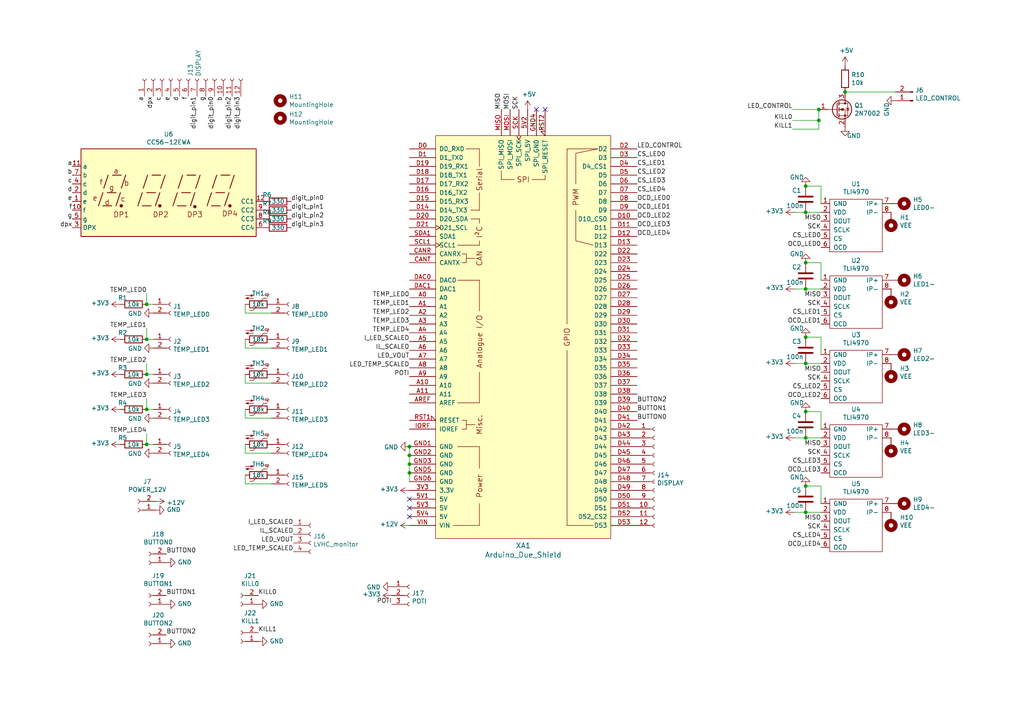
<source format=kicad_sch>
(kicad_sch (version 20211123) (generator eeschema)
  (paper "A4")
  (lib_symbols
    (symbol "Connector:Conn_01x02_Female" (pin_names (offset 1.016) hide)
      (property "Reference" "J" (at 0 2.54 0))
      (property "Value" "Conn_01x02_Female" (at 0 -5.08 0))
      (symbol "Conn_01x02_Female_1_1"
        (pin passive line (at -5.08 0 0) (length 3.81) (name "Pin_1") (number "1"))
        (pin passive line (at -5.08 -2.54 0) (length 3.81) (name "Pin_2") (number "2"))
      )
    )
    (symbol "Connector:Conn_01x02_Male" (pin_names (offset 1.016) hide)
      (property "Reference" "J" (at 0 2.54 0))
      (property "Value" "Conn_01x02_Male" (at 0 -5.08 0))
      (symbol "Conn_01x02_Male_1_1"
        (pin passive line (at 5.08 0 180) (length 3.81) (name "Pin_1") (number "1"))
        (pin passive line (at 5.08 -2.54 180) (length 3.81) (name "Pin_2") (number "2"))
      )
    )
    (symbol "Connector:Conn_01x03_Female" (pin_names (offset 1.016) hide)
      (property "Reference" "J" (at 0 5.08 0))
      (property "Value" "Conn_01x03_Female" (at 0 -5.08 0))
      (symbol "Conn_01x03_Female_1_1"
        (pin passive line (at -5.08 2.54 0) (length 3.81) (name "Pin_1") (number "1"))
        (pin passive line (at -5.08 0 0) (length 3.81) (name "Pin_2") (number "2"))
        (pin passive line (at -5.08 -2.54 0) (length 3.81) (name "Pin_3") (number "3"))
      )
    )
    (symbol "Connector:Conn_01x04_Female" (pin_names (offset 1.016) hide)
      (property "Reference" "J" (at 0 5.08 0))
      (property "Value" "Conn_01x04_Female" (at 0 -7.62 0))
      (symbol "Conn_01x04_Female_1_1"
        (pin passive line (at -5.08 2.54 0) (length 3.81) (name "Pin_1") (number "1"))
        (pin passive line (at -5.08 0 0) (length 3.81) (name "Pin_2") (number "2"))
        (pin passive line (at -5.08 -2.54 0) (length 3.81) (name "Pin_3") (number "3"))
        (pin passive line (at -5.08 -5.08 0) (length 3.81) (name "Pin_4") (number "4"))
      )
    )
    (symbol "Connector:Conn_01x12_Female" (pin_names (offset 1.016) hide)
      (property "Reference" "J" (at 0 15.24 0))
      (property "Value" "Conn_01x12_Female" (at 0 -17.78 0))
      (symbol "Conn_01x12_Female_1_1"
        (pin passive line (at -5.08 12.7 0) (length 3.81) (name "Pin_1") (number "1"))
        (pin passive line (at -5.08 -10.16 0) (length 3.81) (name "Pin_10") (number "10"))
        (pin passive line (at -5.08 -12.7 0) (length 3.81) (name "Pin_11") (number "11"))
        (pin passive line (at -5.08 -15.24 0) (length 3.81) (name "Pin_12") (number "12"))
        (pin passive line (at -5.08 10.16 0) (length 3.81) (name "Pin_2") (number "2"))
        (pin passive line (at -5.08 7.62 0) (length 3.81) (name "Pin_3") (number "3"))
        (pin passive line (at -5.08 5.08 0) (length 3.81) (name "Pin_4") (number "4"))
        (pin passive line (at -5.08 2.54 0) (length 3.81) (name "Pin_5") (number "5"))
        (pin passive line (at -5.08 0 0) (length 3.81) (name "Pin_6") (number "6"))
        (pin passive line (at -5.08 -2.54 0) (length 3.81) (name "Pin_7") (number "7"))
        (pin passive line (at -5.08 -5.08 0) (length 3.81) (name "Pin_8") (number "8"))
        (pin passive line (at -5.08 -7.62 0) (length 3.81) (name "Pin_9") (number "9"))
      )
    )
    (symbol "Device:C" (pin_numbers hide) (pin_names (offset 0.254))
      (property "Reference" "C" (at 0.635 2.54 0))
      (property "Value" "C" (at 0.635 -2.54 0))
      (symbol "C_1_1"
        (pin passive line (at 0 3.81 270) (length 2.794) (name "~") (number "1"))
        (pin passive line (at 0 -3.81 90) (length 2.794) (name "~") (number "2"))
      )
    )
    (symbol "Device:R" (pin_numbers hide) (pin_names (offset 0))
      (property "Reference" "R" (at 2.032 0 90))
      (property "Value" "R" (at 0 0 90))
      (symbol "R_1_1"
        (pin passive line (at 0 3.81 270) (length 1.27) (name "~") (number "1"))
        (pin passive line (at 0 -3.81 90) (length 1.27) (name "~") (number "2"))
      )
    )
    (symbol "Device:Thermistor_NTC" (pin_numbers hide) (pin_names (offset 0))
      (property "Reference" "TH" (at -4.445 0 90))
      (property "Value" "Thermistor_NTC" (at 3.175 0 90))
      (symbol "Thermistor_NTC_1_1"
        (pin passive line (at 0 3.81 270) (length 1.27) (name "~") (number "1"))
        (pin passive line (at 0 -3.81 90) (length 1.27) (name "~") (number "2"))
      )
    )
    (symbol "Display_Character:CC56-12EWA"
      (property "Reference" "U" (at -24.13 13.97 0))
      (property "Value" "CC56-12EWA" (at 19.05 13.97 0))
      (symbol "CC56-12EWA_0_0"
        (text "a" (at -15.24 6.35 0) (effects (font (size 1.524 1.524))))
        (text "b" (at -12.192 2.794 0) (effects (font (size 1.524 1.524))))
        (text "c" (at -13.208 -1.778 0) (effects (font (size 1.524 1.524))))
        (text "d" (at -17.78 -2.794 0) (effects (font (size 1.524 1.524))))
        (text "DP1" (at -13.716 -6.35 0) (effects (font (size 1.524 1.524))))
        (text "DP2" (at -2.286 -6.35 0) (effects (font (size 1.524 1.524))))
        (text "DP3" (at 7.62 -6.35 0) (effects (font (size 1.524 1.524))))
        (text "DP4" (at 17.78 -6.096 0) (effects (font (size 1.524 1.524))))
        (text "e" (at -21.336 -1.524 0) (effects (font (size 1.524 1.524))))
        (text "f" (at -19.558 3.048 0) (effects (font (size 1.524 1.524))))
        (text "g" (at -16.51 1.524 0) (effects (font (size 1.524 1.524))))
      )
      (symbol "CC56-12EWA_1_1"
        (pin input line (at -27.94 -2.54 0) (length 2.54) (name "e") (number "1"))
        (pin input line (at -27.94 -5.08 0) (length 2.54) (name "f") (number "10"))
        (pin input line (at -27.94 7.62 0) (length 2.54) (name "a") (number "11"))
        (pin input line (at 27.94 -2.54 180) (length 2.54) (name "CC1") (number "12"))
        (pin input line (at -27.94 0 0) (length 2.54) (name "d") (number "2"))
        (pin input line (at -27.94 -10.16 0) (length 2.54) (name "DPX") (number "3"))
        (pin input line (at -27.94 2.54 0) (length 2.54) (name "c") (number "4"))
        (pin input line (at -27.94 -7.62 0) (length 2.54) (name "g") (number "5"))
        (pin input line (at 27.94 -10.16 180) (length 2.54) (name "CC4") (number "6"))
        (pin input line (at -27.94 5.08 0) (length 2.54) (name "b") (number "7"))
        (pin input line (at 27.94 -7.62 180) (length 2.54) (name "CC3") (number "8"))
        (pin input line (at 27.94 -5.08 180) (length 2.54) (name "CC2") (number "9"))
      )
    )
    (symbol "Mechanical:MountingHole" (pin_names (offset 1.016))
      (property "Reference" "H" (at 0 5.08 0))
      (property "Value" "MountingHole" (at 0 3.175 0))
    )
    (symbol "Mechanical:MountingHole_Pad" (pin_numbers hide) (pin_names (offset 1.016) hide)
      (property "Reference" "H" (at 0 6.35 0))
      (property "Value" "MountingHole_Pad" (at 0 4.445 0))
      (symbol "MountingHole_Pad_1_1"
        (pin input line (at 0 -2.54 90) (length 2.54) (name "1") (number "1"))
      )
    )
    (symbol "Transistor_FET:2N7002" (pin_names hide)
      (property "Reference" "Q" (at 5.08 1.905 0))
      (property "Value" "2N7002" (at 5.08 0 0))
      (symbol "2N7002_1_1"
        (pin input line (at -5.08 0 0) (length 2.54) (name "G") (number "1"))
        (pin passive line (at 2.54 -5.08 90) (length 2.54) (name "S") (number "2"))
        (pin passive line (at 2.54 5.08 270) (length 2.54) (name "D") (number "3"))
      )
    )
    (symbol "power:+12V" (power) (pin_names (offset 0))
      (property "Value" "+12V" (at 0 3.556 0))
      (symbol "+12V_1_1"
        (pin power_in line (at 0 0 90) (length 0) hide (name "+12V") (number "1"))
      )
    )
    (symbol "power:+5V" (power) (pin_names (offset 0))
      (property "Value" "+5V" (at 0 3.556 0))
      (symbol "+5V_1_1"
        (pin power_in line (at 0 0 90) (length 0) hide (name "+5V") (number "1"))
      )
    )
    (symbol "power:GND" (power) (pin_names (offset 0))
      (property "Value" "GND" (at 0 -3.81 0))
      (symbol "GND_1_1"
        (pin power_in line (at 0 0 270) (length 0) hide (name "GND") (number "1"))
      )
    )
    (symbol "uven-mainboard-rescue:+3.3V-power" (power) (pin_names (offset 0))
      (property "Value" "+3.3V-power" (at 0 3.556 0))
      (symbol "+3.3V-power_1_1"
        (pin power_in line (at 0 0 90) (length 0) hide (name "+3V3") (number "1"))
      )
    )
    (symbol "uven-mainboard-rescue:Arduino_Due_Shield-arduino" (pin_names (offset 1.016))
      (property "Reference" "XA" (at 2.54 0 90))
      (property "Value" "Arduino_Due_Shield-arduino" (at -2.54 0 90))
      (symbol "Arduino_Due_Shield-arduino_0_0"
        (text "Analogue I/O" (at -12.7 -1.27 900) (effects (font (size 1.524 1.524))))
        (text "CAN" (at -12.7 22.86 900) (effects (font (size 1.524 1.524))))
        (text "I²C" (at -12.7 30.48 900) (effects (font (size 1.524 1.524))))
        (text "Misc." (at -12.7 -25.4 900) (effects (font (size 1.524 1.524))))
        (text "Power" (at -12.7 -43.18 900) (effects (font (size 1.524 1.524))))
        (text "PWM" (at 15.24 40.64 900) (effects (font (size 1.524 1.524))))
        (text "Serial" (at -12.7 45.72 900) (effects (font (size 1.524 1.524))))
        (text "SPI" (at 0 45.72 0) (effects (font (size 1.524 1.524))))
      )
      (symbol "Arduino_Due_Shield-arduino_1_0"
        (text "GPIO" (at 12.7 0 900) (effects (font (size 1.524 1.524))))
      )
      (symbol "Arduino_Due_Shield-arduino_1_1"
        (pin power_in line (at -33.02 -44.45 0) (length 7.62) (name "3.3V") (number "3V3"))
        (pin power_in line (at -33.02 -46.99 0) (length 7.62) (name "5V") (number "5V1"))
        (pin power_in line (at 1.27 66.04 270) (length 7.62) (name "SPI_5V") (number "5V2"))
        (pin power_in line (at -33.02 -49.53 0) (length 7.62) (name "5V") (number "5V3"))
        (pin power_in line (at -33.02 -52.07 0) (length 7.62) (name "5V") (number "5V4"))
        (pin bidirectional line (at -33.02 11.43 0) (length 7.62) (name "A0") (number "A0"))
        (pin bidirectional line (at -33.02 8.89 0) (length 7.62) (name "A1") (number "A1"))
        (pin bidirectional line (at -33.02 -13.97 0) (length 7.62) (name "A10") (number "A10"))
        (pin bidirectional line (at -33.02 -16.51 0) (length 7.62) (name "A11") (number "A11"))
        (pin bidirectional line (at -33.02 6.35 0) (length 7.62) (name "A2") (number "A2"))
        (pin bidirectional line (at -33.02 3.81 0) (length 7.62) (name "A3") (number "A3"))
        (pin bidirectional line (at -33.02 1.27 0) (length 7.62) (name "A4") (number "A4"))
        (pin bidirectional line (at -33.02 -1.27 0) (length 7.62) (name "A5") (number "A5"))
        (pin bidirectional line (at -33.02 -3.81 0) (length 7.62) (name "A6") (number "A6"))
        (pin bidirectional line (at -33.02 -6.35 0) (length 7.62) (name "A7") (number "A7"))
        (pin bidirectional line (at -33.02 -8.89 0) (length 7.62) (name "A8") (number "A8"))
        (pin bidirectional line (at -33.02 -11.43 0) (length 7.62) (name "A9") (number "A9"))
        (pin input line (at -33.02 -19.05 0) (length 7.62) (name "AREF") (number "AREF"))
        (pin bidirectional line (at -33.02 24.13 0) (length 7.62) (name "CANRX") (number "CANR"))
        (pin bidirectional line (at -33.02 21.59 0) (length 7.62) (name "CANTX") (number "CANT"))
        (pin bidirectional line (at -33.02 54.61 0) (length 7.62) (name "D0_RX0") (number "D0"))
        (pin bidirectional line (at -33.02 52.07 0) (length 7.62) (name "D1_TX0") (number "D1"))
        (pin bidirectional line (at 33.02 34.29 180) (length 7.62) (name "D10_CS0") (number "D10"))
        (pin bidirectional line (at 33.02 31.75 180) (length 7.62) (name "D11") (number "D11"))
        (pin bidirectional line (at 33.02 29.21 180) (length 7.62) (name "D12") (number "D12"))
        (pin bidirectional line (at 33.02 26.67 180) (length 7.62) (name "D13") (number "D13"))
        (pin bidirectional line (at -33.02 36.83 0) (length 7.62) (name "D14_TX3") (number "D14"))
        (pin bidirectional line (at -33.02 39.37 0) (length 7.62) (name "D15_RX3") (number "D15"))
        (pin bidirectional line (at -33.02 41.91 0) (length 7.62) (name "D16_TX2") (number "D16"))
        (pin bidirectional line (at -33.02 44.45 0) (length 7.62) (name "D17_RX2") (number "D17"))
        (pin bidirectional line (at -33.02 46.99 0) (length 7.62) (name "D18_TX1") (number "D18"))
        (pin bidirectional line (at -33.02 49.53 0) (length 7.62) (name "D19_RX1") (number "D19"))
        (pin bidirectional line (at 33.02 54.61 180) (length 7.62) (name "D2") (number "D2"))
        (pin bidirectional line (at -33.02 34.29 0) (length 7.62) (name "D20_SDA") (number "D20"))
        (pin bidirectional clock (at -33.02 31.75 0) (length 7.62) (name "D21_SCL") (number "D21"))
        (pin bidirectional line (at 33.02 24.13 180) (length 7.62) (name "D22") (number "D22"))
        (pin bidirectional line (at 33.02 21.59 180) (length 7.62) (name "D23") (number "D23"))
        (pin bidirectional line (at 33.02 19.05 180) (length 7.62) (name "D24") (number "D24"))
        (pin bidirectional line (at 33.02 16.51 180) (length 7.62) (name "D25") (number "D25"))
        (pin bidirectional line (at 33.02 13.97 180) (length 7.62) (name "D26") (number "D26"))
        (pin bidirectional line (at 33.02 11.43 180) (length 7.62) (name "D27") (number "D27"))
        (pin bidirectional line (at 33.02 8.89 180) (length 7.62) (name "D28") (number "D28"))
        (pin bidirectional line (at 33.02 6.35 180) (length 7.62) (name "D29") (number "D29"))
        (pin bidirectional line (at 33.02 52.07 180) (length 7.62) (name "D3") (number "D3"))
        (pin bidirectional line (at 33.02 3.81 180) (length 7.62) (name "D30") (number "D30"))
        (pin bidirectional line (at 33.02 1.27 180) (length 7.62) (name "D31") (number "D31"))
        (pin bidirectional line (at 33.02 -1.27 180) (length 7.62) (name "D32") (number "D32"))
        (pin bidirectional line (at 33.02 -3.81 180) (length 7.62) (name "D33") (number "D33"))
        (pin bidirectional line (at 33.02 -6.35 180) (length 7.62) (name "D34") (number "D34"))
        (pin bidirectional line (at 33.02 -8.89 180) (length 7.62) (name "D35") (number "D35"))
        (pin bidirectional line (at 33.02 -11.43 180) (length 7.62) (name "D36") (number "D36"))
        (pin bidirectional line (at 33.02 -13.97 180) (length 7.62) (name "D37") (number "D37"))
        (pin bidirectional line (at 33.02 -16.51 180) (length 7.62) (name "D38") (number "D38"))
        (pin bidirectional line (at 33.02 -19.05 180) (length 7.62) (name "D39") (number "D39"))
        (pin bidirectional line (at 33.02 49.53 180) (length 7.62) (name "D4_CS1") (number "D4"))
        (pin bidirectional line (at 33.02 -21.59 180) (length 7.62) (name "D40") (number "D40"))
        (pin bidirectional line (at 33.02 -24.13 180) (length 7.62) (name "D41") (number "D41"))
        (pin bidirectional line (at 33.02 -26.67 180) (length 7.62) (name "D42") (number "D42"))
        (pin bidirectional line (at 33.02 -29.21 180) (length 7.62) (name "D43") (number "D43"))
        (pin bidirectional line (at 33.02 -31.75 180) (length 7.62) (name "D44") (number "D44"))
        (pin bidirectional line (at 33.02 -34.29 180) (length 7.62) (name "D45") (number "D45"))
        (pin bidirectional line (at 33.02 -36.83 180) (length 7.62) (name "D46") (number "D46"))
        (pin bidirectional line (at 33.02 -39.37 180) (length 7.62) (name "D47") (number "D47"))
        (pin bidirectional line (at 33.02 -41.91 180) (length 7.62) (name "D48") (number "D48"))
        (pin bidirectional line (at 33.02 -44.45 180) (length 7.62) (name "D49") (number "D49"))
        (pin bidirectional line (at 33.02 46.99 180) (length 7.62) (name "D5") (number "D5"))
        (pin bidirectional line (at 33.02 -46.99 180) (length 7.62) (name "D50") (number "D50"))
        (pin bidirectional line (at 33.02 -49.53 180) (length 7.62) (name "D51") (number "D51"))
        (pin bidirectional line (at 33.02 -52.07 180) (length 7.62) (name "D52_CS2") (number "D52"))
        (pin bidirectional line (at 33.02 -54.61 180) (length 7.62) (name "D53") (number "D53"))
        (pin bidirectional line (at 33.02 44.45 180) (length 7.62) (name "D6") (number "D6"))
        (pin bidirectional line (at 33.02 41.91 180) (length 7.62) (name "D7") (number "D7"))
        (pin bidirectional line (at 33.02 39.37 180) (length 7.62) (name "D8") (number "D8"))
        (pin bidirectional line (at 33.02 36.83 180) (length 7.62) (name "D9") (number "D9"))
        (pin bidirectional line (at -33.02 16.51 0) (length 7.62) (name "DAC0") (number "DAC0"))
        (pin bidirectional line (at -33.02 13.97 0) (length 7.62) (name "DAC1") (number "DAC1"))
        (pin power_in line (at -33.02 -31.75 0) (length 7.62) (name "GND") (number "GND1"))
        (pin power_in line (at -33.02 -34.29 0) (length 7.62) (name "GND") (number "GND2"))
        (pin power_in line (at -33.02 -36.83 0) (length 7.62) (name "GND") (number "GND3"))
        (pin power_in line (at 3.81 66.04 270) (length 7.62) (name "SPI_GND") (number "GND4"))
        (pin power_in line (at -33.02 -39.37 0) (length 7.62) (name "GND") (number "GND5"))
        (pin power_in line (at -33.02 -41.91 0) (length 7.62) (name "GND") (number "GND6"))
        (pin output line (at -33.02 -26.67 0) (length 7.62) (name "IOREF") (number "IORF"))
        (pin input line (at -6.35 66.04 270) (length 7.62) (name "SPI_MISO") (number "MISO"))
        (pin output line (at -3.81 66.04 270) (length 7.62) (name "SPI_MOSI") (number "MOSI"))
        (pin open_collector input_low (at -33.02 -24.13 0) (length 7.62) (name "RESET") (number "RST1"))
        (pin open_collector input_low (at 6.35 66.04 270) (length 7.62) (name "SPI_RESET") (number "RST2"))
        (pin output clock (at -1.27 66.04 270) (length 7.62) (name "SPI_SCK") (number "SCK"))
        (pin bidirectional clock (at -33.02 26.67 0) (length 7.62) (name "SCL1") (number "SCL1"))
        (pin bidirectional line (at -33.02 29.21 0) (length 7.62) (name "SDA1") (number "SDA1"))
        (pin power_in line (at -33.02 -54.61 0) (length 7.62) (name "VIN") (number "VIN"))
      )
    )
    (symbol "uven-mainboard-rescue:TLI4970-custom" (pin_names (offset 1.016))
      (property "Reference" "U" (at 5.08 -7.62 0))
      (property "Value" "TLI4970-custom" (at 3.81 -5.08 0))
      (symbol "TLI4970-custom_1_1"
        (pin power_out line (at -10.16 5.08 0) (length 2.54) (name "GND") (number "1"))
        (pin power_in line (at -10.16 2.54 0) (length 2.54) (name "VDD") (number "2"))
        (pin output line (at -10.16 0 0) (length 2.54) (name "DOUT") (number "3"))
        (pin input line (at -10.16 -2.54 0) (length 2.54) (name "SCLK") (number "4"))
        (pin input line (at -10.16 -5.08 0) (length 2.54) (name "CS") (number "5"))
        (pin output line (at -10.16 -7.62 0) (length 2.54) (name "OCD") (number "6"))
        (pin bidirectional line (at 10.16 5.08 180) (length 2.54) (name "IP+") (number "7"))
        (pin bidirectional line (at 10.16 2.54 180) (length 2.54) (name "IP-") (number "8"))
      )
    )
  )
  (junction (at 118.745 129.54))
  (junction (at 233.68 140.97))
  (junction (at 42.545 118.745))
  (junction (at 233.68 53.975))
  (junction (at 245.11 26.67))
  (junction (at 237.49 31.75))
  (junction (at 233.68 119.38))
  (junction (at 42.545 108.585))
  (junction (at 118.745 137.16))
  (junction (at 233.68 148.59))
  (junction (at 233.68 83.82))
  (junction (at 118.745 132.08))
  (junction (at 233.68 61.595))
  (junction (at 233.68 105.41))
  (junction (at 233.68 97.79))
  (junction (at 118.745 134.62))
  (junction (at 237.49 34.925))
  (junction (at 233.68 127))
  (junction (at 233.68 76.2))
  (junction (at 42.545 88.265))
  (junction (at 42.545 98.425))
  (junction (at 42.545 128.905))
  (no_connect (at 155.575 31.75))
  (no_connect (at 118.745 147.32))
  (no_connect (at 118.745 149.86))
  (no_connect (at 118.745 144.78))
  (no_connect (at 158.115 31.75))
  (wire (pts (xy 230.505 148.59) (xy 233.68 148.59)))
  (wire (pts (xy 233.68 140.97) (xy 238.125 140.97)))
  (wire (pts (xy 118.745 139.7) (xy 118.745 137.16)))
  (wire (pts (xy 238.125 124.46) (xy 238.125 119.38)))
  (wire (pts (xy 238.125 76.2) (xy 238.125 81.28)))
  (wire (pts (xy 71.12 111.125) (xy 78.74 111.125)))
  (wire (pts (xy 42.545 85.09) (xy 42.545 88.265)))
  (wire (pts (xy 71.12 131.445) (xy 78.74 131.445)))
  (wire (pts (xy 42.545 95.25) (xy 42.545 98.425)))
  (wire (pts (xy 237.49 34.925) (xy 237.49 31.75)))
  (wire (pts (xy 42.545 105.41) (xy 42.545 108.585)))
  (wire (pts (xy 118.745 134.62) (xy 118.745 132.08)))
  (wire (pts (xy 71.12 88.265) (xy 71.12 90.805)))
  (wire (pts (xy 71.12 128.905) (xy 71.12 131.445)))
  (wire (pts (xy 71.12 140.335) (xy 78.74 140.335)))
  (wire (pts (xy 233.68 119.38) (xy 238.125 119.38)))
  (wire (pts (xy 44.45 98.425) (xy 42.545 98.425)))
  (wire (pts (xy 44.45 128.905) (xy 42.545 128.905)))
  (wire (pts (xy 238.125 146.05) (xy 238.125 140.97)))
  (wire (pts (xy 71.12 90.805) (xy 78.74 90.805)))
  (wire (pts (xy 230.505 105.41) (xy 233.68 105.41)))
  (wire (pts (xy 238.125 102.87) (xy 238.125 97.79)))
  (wire (pts (xy 71.12 118.745) (xy 71.12 121.285)))
  (wire (pts (xy 233.68 97.79) (xy 238.125 97.79)))
  (wire (pts (xy 71.12 137.795) (xy 71.12 140.335)))
  (wire (pts (xy 44.45 118.745) (xy 42.545 118.745)))
  (wire (pts (xy 233.68 148.59) (xy 238.125 148.59)))
  (wire (pts (xy 44.45 108.585) (xy 42.545 108.585)))
  (wire (pts (xy 229.87 34.925) (xy 237.49 34.925)))
  (wire (pts (xy 233.68 127) (xy 238.125 127)))
  (wire (pts (xy 237.49 37.465) (xy 237.49 34.925)))
  (wire (pts (xy 71.12 100.965) (xy 78.74 100.965)))
  (wire (pts (xy 71.12 121.285) (xy 78.74 121.285)))
  (wire (pts (xy 229.87 37.465) (xy 237.49 37.465)))
  (wire (pts (xy 237.49 31.75) (xy 229.87 31.75)))
  (wire (pts (xy 233.68 105.41) (xy 238.125 105.41)))
  (wire (pts (xy 230.505 61.595) (xy 233.68 61.595)))
  (wire (pts (xy 245.11 26.67) (xy 259.715 26.67)))
  (wire (pts (xy 230.505 127) (xy 233.68 127)))
  (wire (pts (xy 230.505 83.82) (xy 233.68 83.82)))
  (wire (pts (xy 238.125 53.975) (xy 238.125 59.055)))
  (wire (pts (xy 42.545 125.73) (xy 42.545 128.905)))
  (wire (pts (xy 118.745 132.08) (xy 118.745 129.54)))
  (wire (pts (xy 42.545 115.57) (xy 42.545 118.745)))
  (wire (pts (xy 233.68 83.82) (xy 238.125 83.82)))
  (wire (pts (xy 233.68 76.2) (xy 238.125 76.2)))
  (wire (pts (xy 71.12 108.585) (xy 71.12 111.125)))
  (wire (pts (xy 44.45 88.265) (xy 42.545 88.265)))
  (wire (pts (xy 71.12 98.425) (xy 71.12 100.965)))
  (wire (pts (xy 233.68 61.595) (xy 238.125 61.595)))
  (wire (pts (xy 233.68 53.975) (xy 238.125 53.975)))
  (wire (pts (xy 118.745 137.16) (xy 118.745 134.62)))
  (label "a" (at 20.955 48.26 180))
  (label "CS_LED0" (at 184.785 45.72 0))
  (label "TEMP_LED4" (at 118.745 96.52 180))
  (label "SCK" (at 238.125 66.675 180))
  (label "CS_LED4" (at 238.125 156.21 180))
  (label "digit_pin1" (at 84.455 60.96 0))
  (label "CS_LED2" (at 238.125 113.03 180))
  (label "f" (at 20.955 60.96 180))
  (label "a" (at 41.91 27.94 270))
  (label "CS_LED2" (at 184.785 50.8 0))
  (label "TEMP_LED0" (at 42.545 85.09 180))
  (label "LED_TEMP_SCALED" (at 118.745 106.68 180))
  (label "OCD_LED1" (at 238.125 93.98 180))
  (label "MOSI" (at 147.955 31.75 90))
  (label "OCD_LED3" (at 184.785 66.04 0))
  (label "MISO" (at 238.125 151.13 180))
  (label "OCD_LED2" (at 184.785 63.5 0))
  (label "CS_LED4" (at 184.785 55.88 0))
  (label "CS_LED0" (at 238.125 69.215 180))
  (label "e" (at 20.955 58.42 180))
  (label "d" (at 52.07 27.94 270))
  (label "OCD_LED3" (at 238.125 137.16 180))
  (label "digit_pin3" (at 69.85 27.94 270))
  (label "TEMP_LED3" (at 42.545 115.57 180))
  (label "g" (at 59.69 27.94 270))
  (label "TEMP_LED2" (at 42.545 105.41 180))
  (label "c" (at 20.955 53.34 180))
  (label "BUTTON0" (at 48.26 160.655 0))
  (label "KILL1" (at 229.87 37.465 180))
  (label "MISO" (at 238.125 129.54 180))
  (label "TEMP_LED4" (at 42.545 125.73 180))
  (label "KILL0" (at 74.93 172.72 0))
  (label "b" (at 64.77 27.94 270))
  (label "digit_pin3" (at 84.455 66.04 0))
  (label "POTI" (at 118.745 109.22 180))
  (label "MISO" (at 145.415 31.75 90))
  (label "SCK" (at 238.125 88.9 180))
  (label "SCK" (at 238.125 110.49 180))
  (label "BUTTON1" (at 48.26 172.72 0))
  (label "CS_LED1" (at 184.785 48.26 0))
  (label "CS_LED3" (at 184.785 53.34 0))
  (label "KILL0" (at 229.87 34.925 180))
  (label "b" (at 20.955 50.8 180))
  (label "dpx" (at 44.45 27.94 270))
  (label "SCK" (at 238.125 132.08 180))
  (label "f" (at 54.61 27.94 270))
  (label "d" (at 20.955 55.88 180))
  (label "g" (at 20.955 63.5 180))
  (label "MISO" (at 238.125 86.36 180))
  (label "LED_TEMP_SCALED" (at 85.09 160.02 180))
  (label "e" (at 49.53 27.94 270))
  (label "I_LED_SCALED" (at 85.09 152.4 180))
  (label "TEMP_LED2" (at 118.745 91.44 180))
  (label "TEMP_LED3" (at 118.745 93.98 180))
  (label "digit_pin2" (at 67.31 27.94 270))
  (label "BUTTON0" (at 184.785 121.92 0))
  (label "LED_CONTROL" (at 229.87 31.75 180))
  (label "SCK" (at 238.125 153.67 180))
  (label "digit_pin1" (at 57.15 27.94 270))
  (label "dpx" (at 20.955 66.04 180))
  (label "OCD_LED4" (at 238.125 158.75 180))
  (label "OCD_LED0" (at 238.125 71.755 180))
  (label "digit_pin0" (at 62.23 27.94 270))
  (label "TEMP_LED0" (at 118.745 86.36 180))
  (label "I_LED_SCALED" (at 118.745 99.06 180))
  (label "LED_VOUT" (at 118.745 104.14 180))
  (label "BUTTON1" (at 184.785 119.38 0))
  (label "MISO" (at 238.125 64.135 180))
  (label "TEMP_LED1" (at 42.545 95.25 180))
  (label "LED_VOUT" (at 85.09 157.48 180))
  (label "SCK" (at 150.495 31.75 90))
  (label "OCD_LED1" (at 184.785 60.96 0))
  (label "BUTTON2" (at 184.785 116.84 0))
  (label "CS_LED1" (at 238.125 91.44 180))
  (label "POTI" (at 113.665 175.26 180))
  (label "CS_LED3" (at 238.125 134.62 180))
  (label "IL_SCALED" (at 118.745 101.6 180))
  (label "digit_pin2" (at 84.455 63.5 0))
  (label "BUTTON2" (at 48.26 184.15 0))
  (label "digit_pin0" (at 84.455 58.42 0))
  (label "TEMP_LED1" (at 118.745 88.9 180))
  (label "MISO" (at 238.125 107.95 180))
  (label "IL_SCALED" (at 85.09 154.94 180))
  (label "OCD_LED2" (at 238.125 115.57 180))
  (label "c" (at 46.99 27.94 270))
  (label "OCD_LED4" (at 184.785 68.58 0))
  (label "OCD_LED0" (at 184.785 58.42 0))
  (label "LED_CONTROL" (at 184.785 43.18 0))
  (label "KILL1" (at 74.93 183.515 0))
  (symbol (lib_id "uven-mainboard-rescue:Arduino_Due_Shield-arduino") (at 151.765 97.79 0) (unit 1)
    (property "Reference" "XA1" (at 151.765 158.242 0) (effects (font (size 1.524 1.524))))
    (property "Value" "Arduino_Due_Shield" (at 151.765 160.9344 0) (effects (font (size 1.524 1.524))))
    (property "Footprint" "Arduino:Arduino_Due_Shield" (effects hide))
    (property "Datasheet" "https://store.arduino.cc/arduino-due" (effects hide))
  )
  (symbol (lib_id "uven-mainboard-rescue:TLI4970-custom") (at 248.285 64.135 0) (unit 1)
    (property "Reference" "U1" (at 248.285 53.34 0))
    (property "Value" "TLI4970" (at 248.285 55.6514 0))
    (property "Footprint" "custom_lib:TLI4970" (effects hide))
  )
  (symbol (lib_id "uven-mainboard-rescue:TLI4970-custom") (at 248.285 86.36 0) (unit 1)
    (property "Reference" "U2" (at 248.285 75.565 0))
    (property "Value" "TLI4970" (at 248.285 77.8764 0))
    (property "Footprint" "custom_lib:TLI4970" (effects hide))
  )
  (symbol (lib_id "uven-mainboard-rescue:TLI4970-custom") (at 248.285 107.95 0) (unit 1)
    (property "Reference" "U3" (at 248.285 97.155 0))
    (property "Value" "TLI4970" (at 248.285 99.4664 0))
    (property "Footprint" "custom_lib:TLI4970" (effects hide))
  )
  (symbol (lib_id "uven-mainboard-rescue:TLI4970-custom") (at 248.285 129.54 0) (unit 1)
    (property "Reference" "U4" (at 248.285 118.745 0))
    (property "Value" "TLI4970" (at 248.285 121.0564 0))
    (property "Footprint" "custom_lib:TLI4970" (effects hide))
  )
  (symbol (lib_id "uven-mainboard-rescue:TLI4970-custom") (at 248.285 151.13 0) (unit 1)
    (property "Reference" "U5" (at 248.285 140.335 0))
    (property "Value" "TLI4970" (at 248.285 142.6464 0))
    (property "Footprint" "custom_lib:TLI4970" (effects hide))
  )
  (symbol (lib_id "uven-mainboard-rescue:+3.3V-power") (at 118.745 142.24 90) (unit 1)
    (property "Reference" "#PWR0101" (effects hide))
    (property "Value" "+3.3V" (at 115.4938 141.859 90) (effects (justify left)))
  )
  (symbol (lib_id "power:GND") (at 118.745 129.54 270) (unit 1)
    (property "Reference" "#PWR0103" (effects hide))
    (property "Value" "GND" (at 115.4938 129.667 90) (effects (justify right)))
  )
  (symbol (lib_id "uven-mainboard-rescue:+3.3V-power") (at 230.505 61.595 90) (unit 1)
    (property "Reference" "#PWR0111" (effects hide))
    (property "Value" "+3.3V" (at 227.2538 61.214 90) (effects (justify left)))
  )
  (symbol (lib_id "power:GND") (at 233.68 53.975 180) (unit 1)
    (property "Reference" "#PWR0112" (effects hide))
    (property "Value" "GND" (at 231.14 51.435 0))
  )
  (symbol (lib_id "Display_Character:CC56-12EWA") (at 48.895 55.88 0) (unit 1)
    (property "Reference" "U6" (at 48.895 38.9382 0))
    (property "Value" "CC56-12EWA" (at 48.895 41.2496 0))
    (property "Footprint" "custom_lib:3461AS-1" (effects hide))
    (property "Datasheet" "http://www.kingbrightusa.com/images/catalog/SPEC/CA56-12EWA.pdf" (effects hide))
  )
  (symbol (lib_id "Device:R") (at 80.645 58.42 270) (unit 1)
    (property "Reference" "R6" (at 77.47 56.515 90))
    (property "Value" "330" (at 80.645 58.42 90))
    (property "Footprint" "Resistor_SMD:R_0603_1608Metric_Pad1.05x0.95mm_HandSolder" (effects hide))
  )
  (symbol (lib_id "Device:R") (at 80.645 60.96 270) (unit 1)
    (property "Reference" "R7" (at 77.47 59.055 90))
    (property "Value" "330" (at 80.645 60.96 90))
    (property "Footprint" "Resistor_SMD:R_0603_1608Metric_Pad1.05x0.95mm_HandSolder" (effects hide))
  )
  (symbol (lib_id "Device:R") (at 80.645 63.5 270) (unit 1)
    (property "Reference" "R8" (at 77.47 61.595 90))
    (property "Value" "330" (at 80.645 63.5 90))
    (property "Footprint" "Resistor_SMD:R_0603_1608Metric_Pad1.05x0.95mm_HandSolder" (effects hide))
  )
  (symbol (lib_id "Device:R") (at 80.645 66.04 270) (unit 1)
    (property "Reference" "R9" (at 77.47 64.135 90))
    (property "Value" "330" (at 80.645 66.04 90))
    (property "Footprint" "Resistor_SMD:R_0603_1608Metric_Pad1.05x0.95mm_HandSolder" (effects hide))
  )
  (symbol (lib_id "Device:C") (at 233.68 57.785 180) (unit 1)
    (property "Reference" "C1" (at 232.41 55.245 0) (effects (justify left)))
    (property "Value" "100n" (at 233.045 59.69 0) (effects (justify left)))
    (property "Footprint" "Capacitor_SMD:C_0603_1608Metric_Pad1.05x0.95mm_HandSolder" (effects hide))
  )
  (symbol (lib_id "uven-mainboard-rescue:+3.3V-power") (at 230.505 83.82 90) (unit 1)
    (property "Reference" "#PWR0102" (effects hide))
    (property "Value" "+3.3V" (at 227.2538 83.439 90) (effects (justify left)))
  )
  (symbol (lib_id "power:GND") (at 233.68 76.2 180) (unit 1)
    (property "Reference" "#PWR0104" (effects hide))
    (property "Value" "GND" (at 231.14 73.66 0))
  )
  (symbol (lib_id "Device:C") (at 233.68 80.01 180) (unit 1)
    (property "Reference" "C2" (at 232.41 77.47 0) (effects (justify left)))
    (property "Value" "100n" (at 233.045 81.915 0) (effects (justify left)))
    (property "Footprint" "Capacitor_SMD:C_0603_1608Metric_Pad1.05x0.95mm_HandSolder" (effects hide))
  )
  (symbol (lib_id "uven-mainboard-rescue:+3.3V-power") (at 230.505 148.59 90) (unit 1)
    (property "Reference" "#PWR0105" (effects hide))
    (property "Value" "+3.3V" (at 227.2538 148.209 90) (effects (justify left)))
  )
  (symbol (lib_id "power:GND") (at 233.68 140.97 180) (unit 1)
    (property "Reference" "#PWR0106" (effects hide))
    (property "Value" "GND" (at 231.14 138.43 0))
  )
  (symbol (lib_id "Device:C") (at 233.68 144.78 180) (unit 1)
    (property "Reference" "C5" (at 232.41 142.24 0) (effects (justify left)))
    (property "Value" "100n" (at 233.045 146.685 0) (effects (justify left)))
    (property "Footprint" "Capacitor_SMD:C_0603_1608Metric_Pad1.05x0.95mm_HandSolder" (effects hide))
  )
  (symbol (lib_id "uven-mainboard-rescue:+3.3V-power") (at 230.505 127 90) (unit 1)
    (property "Reference" "#PWR0107" (effects hide))
    (property "Value" "+3.3V" (at 227.2538 126.619 90) (effects (justify left)))
  )
  (symbol (lib_id "power:GND") (at 233.68 119.38 180) (unit 1)
    (property "Reference" "#PWR0108" (effects hide))
    (property "Value" "GND" (at 231.14 116.84 0))
  )
  (symbol (lib_id "Device:C") (at 233.68 123.19 180) (unit 1)
    (property "Reference" "C4" (at 232.41 120.65 0) (effects (justify left)))
    (property "Value" "100n" (at 233.045 125.095 0) (effects (justify left)))
    (property "Footprint" "Capacitor_SMD:C_0603_1608Metric_Pad1.05x0.95mm_HandSolder" (effects hide))
  )
  (symbol (lib_id "uven-mainboard-rescue:+3.3V-power") (at 230.505 105.41 90) (unit 1)
    (property "Reference" "#PWR0109" (effects hide))
    (property "Value" "+3.3V" (at 227.2538 105.029 90) (effects (justify left)))
  )
  (symbol (lib_id "power:GND") (at 233.68 97.79 180) (unit 1)
    (property "Reference" "#PWR0110" (effects hide))
    (property "Value" "GND" (at 231.14 95.25 0))
  )
  (symbol (lib_id "Device:C") (at 233.68 101.6 180) (unit 1)
    (property "Reference" "C3" (at 232.41 99.06 0) (effects (justify left)))
    (property "Value" "100n" (at 233.045 103.505 0) (effects (justify left)))
    (property "Footprint" "Capacitor_SMD:C_0603_1608Metric_Pad1.05x0.95mm_HandSolder" (effects hide))
  )
  (symbol (lib_id "Transistor_FET:2N7002") (at 242.57 31.75 0) (unit 1)
    (property "Reference" "Q1" (at 247.777 30.5816 0) (effects (justify left)))
    (property "Value" "2N7002" (at 247.777 32.893 0) (effects (justify left)))
    (property "Footprint" "Package_TO_SOT_SMD:SOT-23" (effects hide))
    (property "Datasheet" "https://www.fairchildsemi.com/datasheets/2N/2N7002.pdf" (effects hide))
  )
  (symbol (lib_id "power:GND") (at 245.11 36.83 0) (unit 1)
    (property "Reference" "#PWR0113" (effects hide))
    (property "Value" "GND" (at 247.65 39.37 0))
  )
  (symbol (lib_id "Device:R") (at 245.11 22.86 0) (unit 1)
    (property "Reference" "R10" (at 246.888 21.6916 0) (effects (justify left)))
    (property "Value" "10k" (at 246.888 24.003 0) (effects (justify left)))
    (property "Footprint" "Resistor_SMD:R_0603_1608Metric_Pad1.05x0.95mm_HandSolder" (effects hide))
  )
  (symbol (lib_id "power:+5V") (at 245.11 19.05 0) (unit 1)
    (property "Reference" "#PWR0114" (effects hide))
    (property "Value" "+5V" (at 245.491 14.6558 0))
  )
  (symbol (lib_id "Connector:Conn_01x02_Male") (at 264.795 29.21 180) (unit 1)
    (property "Reference" "J6" (at 265.4808 26.162 0) (effects (justify right)))
    (property "Value" "LED_CONTROL" (at 265.4808 28.4734 0) (effects (justify right)))
    (property "Footprint" "Connector_PinSocket_2.54mm:PinSocket_1x02_P2.54mm_Vertical" (effects hide))
  )
  (symbol (lib_id "power:GND") (at 259.715 29.21 270) (unit 1)
    (property "Reference" "#PWR0115" (effects hide))
    (property "Value" "GND" (at 257.175 31.75 0))
  )
  (symbol (lib_id "Connector:Conn_01x02_Female") (at 49.53 88.265 0) (unit 1)
    (property "Reference" "J1" (at 50.2158 88.8746 0) (effects (justify left)))
    (property "Value" "TEMP_LED0" (at 50.2158 91.186 0) (effects (justify left)))
    (property "Footprint" "Connector_PinSocket_2.54mm:PinSocket_1x02_P2.54mm_Vertical" (effects hide))
  )
  (symbol (lib_id "power:GND") (at 44.45 90.805 270) (unit 1)
    (property "Reference" "#PWR0116" (effects hide))
    (property "Value" "GND" (at 41.1988 90.932 90) (effects (justify right)))
  )
  (symbol (lib_id "Connector:Conn_01x03_Female") (at 118.745 172.72 0) (unit 1)
    (property "Reference" "J17" (at 119.4308 172.0596 0) (effects (justify left)))
    (property "Value" "POTI" (at 119.4308 174.371 0) (effects (justify left)))
    (property "Footprint" "Connector_PinHeader_2.54mm:PinHeader_1x03_P2.54mm_Vertical" (effects hide))
  )
  (symbol (lib_id "uven-mainboard-rescue:+3.3V-power") (at 113.665 172.72 90) (unit 1)
    (property "Reference" "#PWR0130" (effects hide))
    (property "Value" "+3.3V" (at 110.4138 172.339 90) (effects (justify left)))
  )
  (symbol (lib_id "power:GND") (at 113.665 170.18 270) (unit 1)
    (property "Reference" "#PWR0131" (effects hide))
    (property "Value" "GND" (at 110.4138 170.307 90) (effects (justify right)))
  )
  (symbol (lib_id "Connector:Conn_01x02_Female") (at 43.18 163.195 180) (unit 1)
    (property "Reference" "J18" (at 45.8724 154.94 0))
    (property "Value" "BUTTON0" (at 45.8724 157.2514 0))
    (property "Footprint" "Connector_PinSocket_2.54mm:PinSocket_1x02_P2.54mm_Vertical" (effects hide))
  )
  (symbol (lib_id "power:GND") (at 48.26 163.195 90) (unit 1)
    (property "Reference" "#PWR0132" (effects hide))
    (property "Value" "GND" (at 51.5112 163.068 90) (effects (justify right)))
  )
  (symbol (lib_id "Connector:Conn_01x02_Female") (at 43.18 175.26 180) (unit 1)
    (property "Reference" "J19" (at 45.8724 167.005 0))
    (property "Value" "BUTTON1" (at 45.8724 169.3164 0))
    (property "Footprint" "Connector_PinSocket_2.54mm:PinSocket_1x02_P2.54mm_Vertical" (effects hide))
  )
  (symbol (lib_id "power:GND") (at 48.26 175.26 90) (unit 1)
    (property "Reference" "#PWR0133" (effects hide))
    (property "Value" "GND" (at 51.5112 175.133 90) (effects (justify right)))
  )
  (symbol (lib_id "Device:R") (at 38.735 88.265 270) (unit 1)
    (property "Reference" "R1" (at 35.56 86.36 90))
    (property "Value" "10k" (at 38.735 88.265 90))
    (property "Footprint" "Resistor_SMD:R_0603_1608Metric_Pad1.05x0.95mm_HandSolder" (effects hide))
  )
  (symbol (lib_id "Connector:Conn_01x02_Female") (at 43.18 186.69 180) (unit 1)
    (property "Reference" "J20" (at 45.8724 178.435 0))
    (property "Value" "BUTTON2" (at 45.8724 180.7464 0))
    (property "Footprint" "Connector_PinSocket_2.54mm:PinSocket_1x02_P2.54mm_Vertical" (effects hide))
  )
  (symbol (lib_id "power:GND") (at 48.26 186.69 90) (unit 1)
    (property "Reference" "#PWR0134" (effects hide))
    (property "Value" "GND" (at 51.5112 186.563 90) (effects (justify right)))
  )
  (symbol (lib_id "uven-mainboard-rescue:+3.3V-power") (at 34.925 88.265 90) (unit 1)
    (property "Reference" "#PWR0117" (effects hide))
    (property "Value" "+3.3V" (at 31.6738 87.884 90) (effects (justify left)))
  )
  (symbol (lib_id "Connector:Conn_01x02_Female") (at 49.53 98.425 0) (unit 1)
    (property "Reference" "J2" (at 50.2158 99.0346 0) (effects (justify left)))
    (property "Value" "TEMP_LED1" (at 50.2158 101.346 0) (effects (justify left)))
    (property "Footprint" "Connector_PinSocket_2.54mm:PinSocket_1x02_P2.54mm_Vertical" (effects hide))
  )
  (symbol (lib_id "power:GND") (at 44.45 100.965 270) (unit 1)
    (property "Reference" "#PWR0118" (effects hide))
    (property "Value" "GND" (at 41.1988 101.092 90) (effects (justify right)))
  )
  (symbol (lib_id "Device:R") (at 38.735 98.425 270) (unit 1)
    (property "Reference" "R2" (at 35.56 96.52 90))
    (property "Value" "10k" (at 38.735 98.425 90))
    (property "Footprint" "Resistor_SMD:R_0603_1608Metric_Pad1.05x0.95mm_HandSolder" (effects hide))
  )
  (symbol (lib_id "uven-mainboard-rescue:+3.3V-power") (at 34.925 98.425 90) (unit 1)
    (property "Reference" "#PWR0119" (effects hide))
    (property "Value" "+3.3V" (at 31.6738 98.044 90) (effects (justify left)))
  )
  (symbol (lib_id "Connector:Conn_01x02_Female") (at 49.53 108.585 0) (unit 1)
    (property "Reference" "J3" (at 50.2158 109.1946 0) (effects (justify left)))
    (property "Value" "TEMP_LED2" (at 50.2158 111.506 0) (effects (justify left)))
    (property "Footprint" "Connector_PinSocket_2.54mm:PinSocket_1x02_P2.54mm_Vertical" (effects hide))
  )
  (symbol (lib_id "power:GND") (at 44.45 111.125 270) (unit 1)
    (property "Reference" "#PWR0120" (effects hide))
    (property "Value" "GND" (at 41.1988 111.252 90) (effects (justify right)))
  )
  (symbol (lib_id "Device:R") (at 38.735 108.585 270) (unit 1)
    (property "Reference" "R3" (at 35.56 106.68 90))
    (property "Value" "10k" (at 38.735 108.585 90))
    (property "Footprint" "Resistor_SMD:R_0603_1608Metric_Pad1.05x0.95mm_HandSolder" (effects hide))
  )
  (symbol (lib_id "uven-mainboard-rescue:+3.3V-power") (at 34.925 108.585 90) (unit 1)
    (property "Reference" "#PWR0121" (effects hide))
    (property "Value" "+3.3V" (at 31.6738 108.204 90) (effects (justify left)))
  )
  (symbol (lib_id "Connector:Conn_01x02_Female") (at 49.53 118.745 0) (unit 1)
    (property "Reference" "J4" (at 50.2158 119.3546 0) (effects (justify left)))
    (property "Value" "TEMP_LED3" (at 50.2158 121.666 0) (effects (justify left)))
    (property "Footprint" "Connector_PinSocket_2.54mm:PinSocket_1x02_P2.54mm_Vertical" (effects hide))
  )
  (symbol (lib_id "power:GND") (at 44.45 121.285 270) (unit 1)
    (property "Reference" "#PWR0122" (effects hide))
    (property "Value" "GND" (at 41.1988 121.412 90) (effects (justify right)))
  )
  (symbol (lib_id "Device:R") (at 38.735 118.745 270) (unit 1)
    (property "Reference" "R4" (at 35.56 116.84 90))
    (property "Value" "10k" (at 38.735 118.745 90))
    (property "Footprint" "Resistor_SMD:R_0603_1608Metric_Pad1.05x0.95mm_HandSolder" (effects hide))
  )
  (symbol (lib_id "uven-mainboard-rescue:+3.3V-power") (at 34.925 118.745 90) (unit 1)
    (property "Reference" "#PWR0123" (effects hide))
    (property "Value" "+3.3V" (at 31.6738 118.364 90) (effects (justify left)))
  )
  (symbol (lib_id "Connector:Conn_01x02_Female") (at 49.53 128.905 0) (unit 1)
    (property "Reference" "J5" (at 50.2158 129.5146 0) (effects (justify left)))
    (property "Value" "TEMP_LED4" (at 50.2158 131.826 0) (effects (justify left)))
    (property "Footprint" "Connector_PinSocket_2.54mm:PinSocket_1x02_P2.54mm_Vertical" (effects hide))
  )
  (symbol (lib_id "power:GND") (at 44.45 131.445 270) (unit 1)
    (property "Reference" "#PWR0124" (effects hide))
    (property "Value" "GND" (at 41.1988 131.572 90) (effects (justify right)))
  )
  (symbol (lib_id "Device:R") (at 38.735 128.905 270) (unit 1)
    (property "Reference" "R5" (at 35.56 127 90))
    (property "Value" "10k" (at 38.735 128.905 90))
    (property "Footprint" "Resistor_SMD:R_0603_1608Metric_Pad1.05x0.95mm_HandSolder" (effects hide))
  )
  (symbol (lib_id "uven-mainboard-rescue:+3.3V-power") (at 34.925 128.905 90) (unit 1)
    (property "Reference" "#PWR0125" (effects hide))
    (property "Value" "+3.3V" (at 31.6738 128.524 90) (effects (justify left)))
  )
  (symbol (lib_id "Connector:Conn_01x02_Female") (at 69.85 175.26 180) (unit 1)
    (property "Reference" "J21" (at 72.5424 167.005 0))
    (property "Value" "KILL0" (at 72.5424 169.3164 0))
    (property "Footprint" "Connector_PinSocket_2.54mm:PinSocket_1x02_P2.54mm_Vertical" (effects hide))
  )
  (symbol (lib_id "power:GND") (at 74.93 175.26 90) (unit 1)
    (property "Reference" "#PWR0135" (effects hide))
    (property "Value" "GND" (at 78.1812 175.133 90) (effects (justify right)))
  )
  (symbol (lib_id "Connector:Conn_01x02_Female") (at 69.85 186.055 180) (unit 1)
    (property "Reference" "J22" (at 72.5424 177.8 0))
    (property "Value" "KILL1" (at 72.5424 180.1114 0))
    (property "Footprint" "Connector_PinSocket_2.54mm:PinSocket_1x02_P2.54mm_Vertical" (effects hide))
  )
  (symbol (lib_id "power:GND") (at 74.93 186.055 90) (unit 1)
    (property "Reference" "#PWR0136" (effects hide))
    (property "Value" "GND" (at 78.1812 185.928 90) (effects (justify right)))
  )
  (symbol (lib_id "power:+12V") (at 118.745 152.4 90) (unit 1)
    (property "Reference" "#PWR0126" (effects hide))
    (property "Value" "+12V" (at 115.4938 152.019 90) (effects (justify left)))
  )
  (symbol (lib_id "Connector:Conn_01x02_Female") (at 40.005 147.955 180) (unit 1)
    (property "Reference" "J7" (at 42.6974 139.7 0))
    (property "Value" "POWER_12V" (at 42.6974 142.0114 0))
    (property "Footprint" "Connector_PinSocket_2.54mm:PinSocket_1x02_P2.54mm_Vertical" (effects hide))
  )
  (symbol (lib_id "power:GND") (at 45.085 147.955 90) (unit 1)
    (property "Reference" "#PWR0127" (effects hide))
    (property "Value" "GND" (at 48.3362 147.828 90) (effects (justify right)))
  )
  (symbol (lib_id "power:+12V") (at 45.085 145.415 270) (unit 1)
    (property "Reference" "#PWR0128" (effects hide))
    (property "Value" "+12V" (at 48.3362 145.796 90) (effects (justify left)))
  )
  (symbol (lib_id "Connector:Conn_01x02_Female") (at 83.82 88.265 0) (unit 1)
    (property "Reference" "J8" (at 84.5058 88.8746 0) (effects (justify left)))
    (property "Value" "TEMP_LED0" (at 84.5058 91.186 0) (effects (justify left)))
    (property "Footprint" "Connector_PinSocket_1.27mm:PinSocket_1x02_P1.27mm_Vertical" (effects hide))
  )
  (symbol (lib_id "Device:Thermistor_NTC") (at 74.93 88.265 270) (unit 1)
    (property "Reference" "TH1" (at 74.93 85.09 90))
    (property "Value" "10k" (at 74.93 88.265 90))
    (property "Footprint" "Resistor_SMD:R_0603_1608Metric_Pad1.05x0.95mm_HandSolder" (effects hide))
  )
  (symbol (lib_id "Connector:Conn_01x02_Female") (at 83.82 98.425 0) (unit 1)
    (property "Reference" "J9" (at 84.5058 99.0346 0) (effects (justify left)))
    (property "Value" "TEMP_LED1" (at 84.5058 101.346 0) (effects (justify left)))
    (property "Footprint" "Connector_PinSocket_1.27mm:PinSocket_1x02_P1.27mm_Vertical" (effects hide))
  )
  (symbol (lib_id "Device:Thermistor_NTC") (at 74.93 98.425 270) (unit 1)
    (property "Reference" "TH2" (at 74.93 95.25 90))
    (property "Value" "10k" (at 74.93 98.425 90))
    (property "Footprint" "Resistor_SMD:R_0603_1608Metric_Pad1.05x0.95mm_HandSolder" (effects hide))
  )
  (symbol (lib_id "Connector:Conn_01x02_Female") (at 83.82 108.585 0) (unit 1)
    (property "Reference" "J10" (at 84.5058 109.1946 0) (effects (justify left)))
    (property "Value" "TEMP_LED2" (at 84.5058 111.506 0) (effects (justify left)))
    (property "Footprint" "Connector_PinSocket_1.27mm:PinSocket_1x02_P1.27mm_Vertical" (effects hide))
  )
  (symbol (lib_id "Device:Thermistor_NTC") (at 74.93 108.585 270) (unit 1)
    (property "Reference" "TH3" (at 74.93 105.41 90))
    (property "Value" "10k" (at 74.93 108.585 90))
    (property "Footprint" "Resistor_SMD:R_0603_1608Metric_Pad1.05x0.95mm_HandSolder" (effects hide))
  )
  (symbol (lib_id "Connector:Conn_01x02_Female") (at 83.82 118.745 0) (unit 1)
    (property "Reference" "J11" (at 84.5058 119.3546 0) (effects (justify left)))
    (property "Value" "TEMP_LED3" (at 84.5058 121.666 0) (effects (justify left)))
    (property "Footprint" "Connector_PinSocket_1.27mm:PinSocket_1x02_P1.27mm_Vertical" (effects hide))
  )
  (symbol (lib_id "Device:Thermistor_NTC") (at 74.93 118.745 270) (unit 1)
    (property "Reference" "TH4" (at 74.93 115.57 90))
    (property "Value" "10k" (at 74.93 118.745 90))
    (property "Footprint" "Resistor_SMD:R_0603_1608Metric_Pad1.05x0.95mm_HandSolder" (effects hide))
  )
  (symbol (lib_id "Connector:Conn_01x02_Female") (at 83.82 128.905 0) (unit 1)
    (property "Reference" "J12" (at 84.5058 129.5146 0) (effects (justify left)))
    (property "Value" "TEMP_LED4" (at 84.5058 131.826 0) (effects (justify left)))
    (property "Footprint" "Connector_PinSocket_1.27mm:PinSocket_1x02_P1.27mm_Vertical" (effects hide))
  )
  (symbol (lib_id "Device:Thermistor_NTC") (at 74.93 128.905 270) (unit 1)
    (property "Reference" "TH5" (at 74.93 125.73 90))
    (property "Value" "10k" (at 74.93 128.905 90))
    (property "Footprint" "Resistor_SMD:R_0603_1608Metric_Pad1.05x0.95mm_HandSolder" (effects hide))
  )
  (symbol (lib_id "Mechanical:MountingHole_Pad") (at 258.445 151.13 180) (unit 1)
    (property "Reference" "H10" (at 260.985 150.0632 0) (effects (justify right)))
    (property "Value" "VEE" (at 260.985 152.3746 0) (effects (justify right)))
    (property "Footprint" "MountingHole:MountingHole_3.2mm_M3_DIN965_Pad" (effects hide))
  )
  (symbol (lib_id "Mechanical:MountingHole_Pad") (at 258.445 129.54 180) (unit 1)
    (property "Reference" "H4" (at 260.985 128.4732 0) (effects (justify right)))
    (property "Value" "VEE" (at 260.985 130.7846 0) (effects (justify right)))
    (property "Footprint" "MountingHole:MountingHole_3.2mm_M3_DIN965_Pad" (effects hide))
  )
  (symbol (lib_id "Mechanical:MountingHole_Pad") (at 258.445 107.95 180) (unit 1)
    (property "Reference" "H3" (at 260.985 106.8832 0) (effects (justify right)))
    (property "Value" "VEE" (at 260.985 109.1946 0) (effects (justify right)))
    (property "Footprint" "MountingHole:MountingHole_3.2mm_M3_DIN965_Pad" (effects hide))
  )
  (symbol (lib_id "Mechanical:MountingHole_Pad") (at 258.445 86.36 180) (unit 1)
    (property "Reference" "H2" (at 260.985 85.2932 0) (effects (justify right)))
    (property "Value" "VEE" (at 260.985 87.6046 0) (effects (justify right)))
    (property "Footprint" "MountingHole:MountingHole_3.2mm_M3_DIN965_Pad" (effects hide))
  )
  (symbol (lib_id "Mechanical:MountingHole_Pad") (at 258.445 64.135 180) (unit 1)
    (property "Reference" "H1" (at 260.985 63.0682 0) (effects (justify right)))
    (property "Value" "VEE" (at 260.985 65.3796 0) (effects (justify right)))
    (property "Footprint" "MountingHole:MountingHole_3.2mm_M3_DIN965_Pad" (effects hide))
  )
  (symbol (lib_id "Mechanical:MountingHole_Pad") (at 260.985 102.87 270) (unit 1)
    (property "Reference" "H7" (at 264.795 101.7016 90) (effects (justify left)))
    (property "Value" "LED2-" (at 264.795 104.013 90) (effects (justify left)))
    (property "Footprint" "MountingHole:MountingHole_3.2mm_M3_DIN965_Pad" (effects hide))
  )
  (symbol (lib_id "Mechanical:MountingHole_Pad") (at 260.985 81.28 270) (unit 1)
    (property "Reference" "H6" (at 264.795 80.1116 90) (effects (justify left)))
    (property "Value" "LED1-" (at 264.795 82.423 90) (effects (justify left)))
    (property "Footprint" "MountingHole:MountingHole_3.2mm_M3_DIN965_Pad" (effects hide))
  )
  (symbol (lib_id "Mechanical:MountingHole_Pad") (at 260.985 59.055 270) (unit 1)
    (property "Reference" "H5" (at 264.795 57.8866 90) (effects (justify left)))
    (property "Value" "LED0-" (at 264.795 60.198 90) (effects (justify left)))
    (property "Footprint" "MountingHole:MountingHole_3.2mm_M3_DIN965_Pad" (effects hide))
  )
  (symbol (lib_id "Mechanical:MountingHole_Pad") (at 260.985 124.46 270) (unit 1)
    (property "Reference" "H8" (at 264.795 123.2916 90) (effects (justify left)))
    (property "Value" "LED3-" (at 264.795 125.603 90) (effects (justify left)))
    (property "Footprint" "MountingHole:MountingHole_3.2mm_M3_DIN965_Pad" (effects hide))
  )
  (symbol (lib_id "Mechanical:MountingHole_Pad") (at 260.985 146.05 270) (unit 1)
    (property "Reference" "H9" (at 264.795 144.8816 90) (effects (justify left)))
    (property "Value" "LED4-" (at 264.795 147.193 90) (effects (justify left)))
    (property "Footprint" "MountingHole:MountingHole_3.2mm_M3_DIN965_Pad" (effects hide))
  )
  (symbol (lib_id "Connector:Conn_01x12_Female") (at 189.865 137.16 0) (unit 1)
    (property "Reference" "J14" (at 190.5508 137.7696 0) (effects (justify left)))
    (property "Value" "DISPLAY" (at 190.5508 140.081 0) (effects (justify left)))
    (property "Footprint" "Connector_PinHeader_2.54mm:PinHeader_1x12_P2.54mm_Vertical" (effects hide))
  )
  (symbol (lib_id "Connector:Conn_01x12_Female") (at 54.61 22.86 90) (unit 1)
    (property "Reference" "J13" (at 55.2196 22.1742 0) (effects (justify left)))
    (property "Value" "DISPLAY" (at 57.531 22.1742 0) (effects (justify left)))
    (property "Footprint" "Connector_PinHeader_2.54mm:PinHeader_1x12_P2.54mm_Vertical" (effects hide))
  )
  (symbol (lib_id "Mechanical:MountingHole") (at 81.28 29.21 0) (unit 1)
    (property "Reference" "H11" (at 83.82 28.0416 0) (effects (justify left)))
    (property "Value" "MountingHole" (at 83.82 30.353 0) (effects (justify left)))
    (property "Footprint" "MountingHole:MountingHole_3.2mm_M3" (effects hide))
  )
  (symbol (lib_id "Mechanical:MountingHole") (at 81.28 34.29 0) (unit 1)
    (property "Reference" "H12" (at 83.82 33.1216 0) (effects (justify left)))
    (property "Value" "MountingHole" (at 83.82 35.433 0) (effects (justify left)))
    (property "Footprint" "MountingHole:MountingHole_3.2mm_M3" (effects hide))
  )
  (symbol (lib_id "Connector:Conn_01x02_Female") (at 83.82 137.795 0) (unit 1)
    (property "Reference" "J15" (at 84.5058 138.4046 0) (effects (justify left)))
    (property "Value" "TEMP_LED5" (at 84.5058 140.716 0) (effects (justify left)))
    (property "Footprint" "Connector_PinSocket_1.27mm:PinSocket_1x02_P1.27mm_Vertical" (effects hide))
  )
  (symbol (lib_id "Device:Thermistor_NTC") (at 74.93 137.795 270) (unit 1)
    (property "Reference" "TH6" (at 74.93 134.62 90))
    (property "Value" "10k" (at 74.93 137.795 90))
    (property "Footprint" "Resistor_SMD:R_0603_1608Metric_Pad1.05x0.95mm_HandSolder" (effects hide))
  )
  (symbol (lib_id "power:+5V") (at 153.035 31.75 0) (unit 1)
    (property "Reference" "#PWR0129" (effects hide))
    (property "Value" "+5V" (at 153.416 27.3558 0))
  )
  (symbol (lib_id "Connector:Conn_01x04_Female") (at 90.17 154.94 0) (unit 1)
    (property "Reference" "J16" (at 90.8558 155.5496 0) (effects (justify left)))
    (property "Value" "LVHC_monitor" (at 90.8558 157.861 0) (effects (justify left)))
    (property "Footprint" "Connector_PinHeader_2.54mm:PinHeader_1x04_P2.54mm_Vertical" (effects hide))
  )
)
</source>
